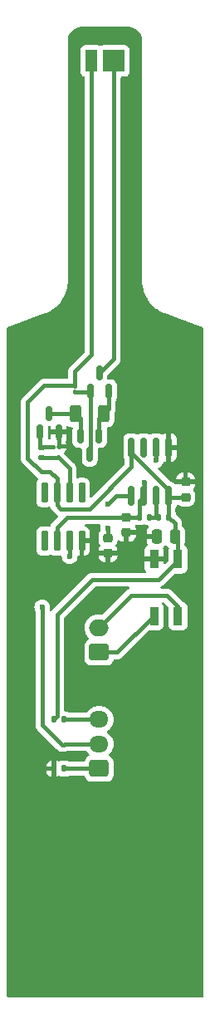
<source format=gtl>
G04 #@! TF.GenerationSoftware,KiCad,Pcbnew,7.0.7*
G04 #@! TF.CreationDate,2024-01-05T06:13:14+01:00*
G04 #@! TF.ProjectId,microscope,6d696372-6f73-4636-9f70-652e6b696361,rev?*
G04 #@! TF.SameCoordinates,Original*
G04 #@! TF.FileFunction,Copper,L1,Top*
G04 #@! TF.FilePolarity,Positive*
%FSLAX46Y46*%
G04 Gerber Fmt 4.6, Leading zero omitted, Abs format (unit mm)*
G04 Created by KiCad (PCBNEW 7.0.7) date 2024-01-05 06:13:14*
%MOMM*%
%LPD*%
G01*
G04 APERTURE LIST*
G04 Aperture macros list*
%AMRoundRect*
0 Rectangle with rounded corners*
0 $1 Rounding radius*
0 $2 $3 $4 $5 $6 $7 $8 $9 X,Y pos of 4 corners*
0 Add a 4 corners polygon primitive as box body*
4,1,4,$2,$3,$4,$5,$6,$7,$8,$9,$2,$3,0*
0 Add four circle primitives for the rounded corners*
1,1,$1+$1,$2,$3*
1,1,$1+$1,$4,$5*
1,1,$1+$1,$6,$7*
1,1,$1+$1,$8,$9*
0 Add four rect primitives between the rounded corners*
20,1,$1+$1,$2,$3,$4,$5,0*
20,1,$1+$1,$4,$5,$6,$7,0*
20,1,$1+$1,$6,$7,$8,$9,0*
20,1,$1+$1,$8,$9,$2,$3,0*%
G04 Aperture macros list end*
G04 #@! TA.AperFunction,ComponentPad*
%ADD10RoundRect,0.250000X0.725000X-0.600000X0.725000X0.600000X-0.725000X0.600000X-0.725000X-0.600000X0*%
G04 #@! TD*
G04 #@! TA.AperFunction,ComponentPad*
%ADD11O,1.950000X1.700000*%
G04 #@! TD*
G04 #@! TA.AperFunction,SMDPad,CuDef*
%ADD12RoundRect,0.100000X-0.100000X0.130000X-0.100000X-0.130000X0.100000X-0.130000X0.100000X0.130000X0*%
G04 #@! TD*
G04 #@! TA.AperFunction,ComponentPad*
%ADD13RoundRect,0.250000X0.750000X-0.600000X0.750000X0.600000X-0.750000X0.600000X-0.750000X-0.600000X0*%
G04 #@! TD*
G04 #@! TA.AperFunction,ComponentPad*
%ADD14O,2.000000X1.700000*%
G04 #@! TD*
G04 #@! TA.AperFunction,SMDPad,CuDef*
%ADD15RoundRect,0.250000X0.312500X0.625000X-0.312500X0.625000X-0.312500X-0.625000X0.312500X-0.625000X0*%
G04 #@! TD*
G04 #@! TA.AperFunction,SMDPad,CuDef*
%ADD16R,2.200000X2.200000*%
G04 #@! TD*
G04 #@! TA.AperFunction,SMDPad,CuDef*
%ADD17R,1.250000X2.200000*%
G04 #@! TD*
G04 #@! TA.AperFunction,SMDPad,CuDef*
%ADD18RoundRect,0.250000X0.250000X0.475000X-0.250000X0.475000X-0.250000X-0.475000X0.250000X-0.475000X0*%
G04 #@! TD*
G04 #@! TA.AperFunction,SMDPad,CuDef*
%ADD19RoundRect,0.135000X0.135000X0.185000X-0.135000X0.185000X-0.135000X-0.185000X0.135000X-0.185000X0*%
G04 #@! TD*
G04 #@! TA.AperFunction,SMDPad,CuDef*
%ADD20RoundRect,0.225000X0.250000X-0.225000X0.250000X0.225000X-0.250000X0.225000X-0.250000X-0.225000X0*%
G04 #@! TD*
G04 #@! TA.AperFunction,SMDPad,CuDef*
%ADD21RoundRect,0.100000X0.130000X0.100000X-0.130000X0.100000X-0.130000X-0.100000X0.130000X-0.100000X0*%
G04 #@! TD*
G04 #@! TA.AperFunction,SMDPad,CuDef*
%ADD22RoundRect,0.091000X-0.364000X0.864000X-0.364000X-0.864000X0.364000X-0.864000X0.364000X0.864000X0*%
G04 #@! TD*
G04 #@! TA.AperFunction,SMDPad,CuDef*
%ADD23RoundRect,0.150000X-0.150000X0.825000X-0.150000X-0.825000X0.150000X-0.825000X0.150000X0.825000X0*%
G04 #@! TD*
G04 #@! TA.AperFunction,SMDPad,CuDef*
%ADD24RoundRect,0.042000X0.258000X-0.943000X0.258000X0.943000X-0.258000X0.943000X-0.258000X-0.943000X0*%
G04 #@! TD*
G04 #@! TA.AperFunction,SMDPad,CuDef*
%ADD25RoundRect,0.135000X-0.185000X0.135000X-0.185000X-0.135000X0.185000X-0.135000X0.185000X0.135000X0*%
G04 #@! TD*
G04 #@! TA.AperFunction,SMDPad,CuDef*
%ADD26RoundRect,0.150000X0.150000X-0.587500X0.150000X0.587500X-0.150000X0.587500X-0.150000X-0.587500X0*%
G04 #@! TD*
G04 #@! TA.AperFunction,SMDPad,CuDef*
%ADD27RoundRect,0.135000X-0.135000X-0.185000X0.135000X-0.185000X0.135000X0.185000X-0.135000X0.185000X0*%
G04 #@! TD*
G04 #@! TA.AperFunction,SMDPad,CuDef*
%ADD28RoundRect,0.150000X-0.150000X0.587500X-0.150000X-0.587500X0.150000X-0.587500X0.150000X0.587500X0*%
G04 #@! TD*
G04 #@! TA.AperFunction,ViaPad*
%ADD29C,0.600000*%
G04 #@! TD*
G04 #@! TA.AperFunction,Conductor*
%ADD30C,0.400000*%
G04 #@! TD*
G04 APERTURE END LIST*
D10*
X130497631Y-137946208D03*
D11*
X130497631Y-135446208D03*
X130497631Y-132946208D03*
D12*
X128040000Y-98922500D03*
X128040000Y-99562500D03*
D13*
X130497631Y-126096208D03*
D14*
X130497631Y-123596208D03*
D15*
X131002500Y-101762500D03*
X128077500Y-101762500D03*
D16*
X132000000Y-65800000D03*
D17*
X129725000Y-65800000D03*
D18*
X138250000Y-114282500D03*
X136350000Y-114282500D03*
D19*
X126907631Y-137946208D03*
X125887631Y-137946208D03*
X137600000Y-112300000D03*
X136580000Y-112300000D03*
D20*
X131400000Y-115975000D03*
X131400000Y-114425000D03*
D21*
X126427500Y-105100000D03*
X125787500Y-105100000D03*
D20*
X133290000Y-113875000D03*
X133290000Y-112325000D03*
D22*
X138550000Y-116600000D03*
X136100000Y-116600000D03*
X136100000Y-122400000D03*
X138550000Y-122400000D03*
D19*
X135600000Y-112300000D03*
X134580000Y-112300000D03*
D23*
X137595000Y-105225000D03*
X136325000Y-105225000D03*
X135055000Y-105225000D03*
X133785000Y-105225000D03*
X133785000Y-110175000D03*
X135055000Y-110175000D03*
X136325000Y-110175000D03*
X137595000Y-110175000D03*
D24*
X124922500Y-114740000D03*
X126192500Y-114740000D03*
X127462500Y-114740000D03*
X128732500Y-114740000D03*
X128732500Y-109800000D03*
X127462500Y-109800000D03*
X126192500Y-109800000D03*
X124922500Y-109800000D03*
D25*
X124627500Y-105190000D03*
X124627500Y-106210000D03*
D26*
X129590000Y-99500000D03*
X131490000Y-99500000D03*
X130540000Y-97625000D03*
D27*
X125887631Y-132946208D03*
X126907631Y-132946208D03*
D20*
X139315000Y-110275000D03*
X139315000Y-108725000D03*
D26*
X124477500Y-103637500D03*
X126377500Y-103637500D03*
X125427500Y-101762500D03*
D28*
X130490000Y-104025000D03*
X128590000Y-104025000D03*
X129540000Y-105900000D03*
D29*
X124700000Y-121500000D03*
X127500000Y-116300000D03*
X131400000Y-111000000D03*
X131400000Y-113400000D03*
X135100000Y-108800000D03*
X136300000Y-106500000D03*
D30*
X128017500Y-98900000D02*
X128040000Y-98922500D01*
X137595000Y-109517817D02*
X137595000Y-110175000D01*
X126192500Y-109800000D02*
X126192500Y-108392500D01*
X125500000Y-107700000D02*
X124600000Y-107700000D01*
X125887631Y-132946208D02*
X125887631Y-132912369D01*
X123200000Y-106300000D02*
X123200000Y-100600000D01*
X128040000Y-97460000D02*
X128040000Y-98922500D01*
X133785000Y-105707817D02*
X137595000Y-109517817D01*
X126237631Y-132562369D02*
X126237631Y-122262369D01*
X126192500Y-108392500D02*
X125500000Y-107700000D01*
X126237631Y-122262369D02*
X129800000Y-118700000D01*
X126192500Y-109800000D02*
X126192500Y-111077500D01*
X137695000Y-110275000D02*
X137595000Y-110175000D01*
X125887631Y-132912369D02*
X126237631Y-132562369D01*
X126192500Y-111077500D02*
X126590000Y-111475000D01*
X138250000Y-112950000D02*
X137600000Y-112300000D01*
X123200000Y-100600000D02*
X124900000Y-98900000D01*
X137595000Y-112295000D02*
X137600000Y-112300000D01*
X139315000Y-110275000D02*
X137695000Y-110275000D01*
X137595000Y-110175000D02*
X137595000Y-112295000D01*
X133785000Y-107215000D02*
X133785000Y-105225000D01*
X133785000Y-105225000D02*
X133785000Y-105707817D01*
X129725000Y-95775000D02*
X128040000Y-97460000D01*
X138525000Y-114557500D02*
X138250000Y-114282500D01*
X129800000Y-118700000D02*
X136600000Y-118700000D01*
X138525000Y-116775000D02*
X138525000Y-116582500D01*
X136600000Y-118700000D02*
X138525000Y-116775000D01*
X138525000Y-116582500D02*
X138525000Y-114557500D01*
X129525000Y-111475000D02*
X133785000Y-107215000D01*
X124900000Y-98900000D02*
X128017500Y-98900000D01*
X129725000Y-65800000D02*
X129725000Y-95775000D01*
X126590000Y-111475000D02*
X129525000Y-111475000D01*
X138250000Y-114282500D02*
X138250000Y-112950000D01*
X124600000Y-107700000D02*
X123200000Y-106300000D01*
X126427500Y-103687500D02*
X126427500Y-105100000D01*
X126377500Y-103637500D02*
X126427500Y-103687500D01*
X138525000Y-121425000D02*
X138525000Y-122382500D01*
X137400000Y-120300000D02*
X138525000Y-121425000D01*
X130497631Y-123596208D02*
X133793839Y-120300000D01*
X133793839Y-120300000D02*
X137400000Y-120300000D01*
X130497631Y-126096208D02*
X132361292Y-126096208D01*
X132361292Y-126096208D02*
X136075000Y-122382500D01*
X132000000Y-65800000D02*
X132000000Y-96165000D01*
X132000000Y-96165000D02*
X130540000Y-97625000D01*
X126907631Y-137946208D02*
X130497631Y-137946208D01*
X124700000Y-121500000D02*
X124700000Y-133500000D01*
X126953792Y-135446208D02*
X130497631Y-135446208D01*
X127462500Y-114740000D02*
X127462500Y-116262500D01*
X124700000Y-133500000D02*
X126700000Y-135500000D01*
X126700000Y-135500000D02*
X126900000Y-135500000D01*
X127462500Y-116262500D02*
X127500000Y-116300000D01*
X126900000Y-135500000D02*
X126953792Y-135446208D01*
X126907631Y-132946208D02*
X130497631Y-132946208D01*
X124717500Y-105100000D02*
X124627500Y-105190000D01*
X124477500Y-103637500D02*
X124477500Y-105040000D01*
X125787500Y-105100000D02*
X124717500Y-105100000D01*
X124477500Y-105040000D02*
X124627500Y-105190000D01*
X128077500Y-101762500D02*
X125427500Y-101762500D01*
X128590000Y-104025000D02*
X128590000Y-102275000D01*
X128590000Y-102275000D02*
X128077500Y-101762500D01*
X130490000Y-102275000D02*
X131002500Y-101762500D01*
X130490000Y-104025000D02*
X130490000Y-102275000D01*
X131490000Y-101275000D02*
X131002500Y-101762500D01*
X131490000Y-99500000D02*
X131490000Y-101275000D01*
X129527500Y-99562500D02*
X128040000Y-99562500D01*
X129590000Y-99500000D02*
X129590000Y-105850000D01*
X129590000Y-105850000D02*
X129540000Y-105900000D01*
X129590000Y-99500000D02*
X129527500Y-99562500D01*
X127462500Y-109800000D02*
X127462500Y-107335000D01*
X126327500Y-106200000D02*
X126317500Y-106210000D01*
X126317500Y-106210000D02*
X124627500Y-106210000D01*
X127462500Y-107335000D02*
X126327500Y-106200000D01*
X132225000Y-110175000D02*
X131400000Y-111000000D01*
X131400000Y-114425000D02*
X131400000Y-113400000D01*
X133785000Y-110175000D02*
X132225000Y-110175000D01*
X135100000Y-108800000D02*
X135100000Y-110130000D01*
X133315000Y-112300000D02*
X133290000Y-112325000D01*
X135055000Y-110175000D02*
X134580000Y-110650000D01*
X136325000Y-106475000D02*
X136300000Y-106500000D01*
X127240000Y-112325000D02*
X133290000Y-112325000D01*
X134580000Y-110650000D02*
X134580000Y-112300000D01*
X126192500Y-114740000D02*
X126192500Y-113377500D01*
X135100000Y-110130000D02*
X135055000Y-110175000D01*
X134580000Y-112300000D02*
X133315000Y-112300000D01*
X126190000Y-113375000D02*
X127240000Y-112325000D01*
X136325000Y-105225000D02*
X136325000Y-106475000D01*
X126192500Y-113377500D02*
X126190000Y-113375000D01*
X136325000Y-112045000D02*
X136580000Y-112300000D01*
X136325000Y-110175000D02*
X136325000Y-112045000D01*
X135600000Y-112300000D02*
X136580000Y-112300000D01*
G04 #@! TA.AperFunction,Conductor*
G36*
X133396236Y-62300658D02*
G01*
X133453080Y-62304724D01*
X133598588Y-62315133D01*
X133616098Y-62317651D01*
X133683789Y-62332377D01*
X133807830Y-62359362D01*
X133824797Y-62364343D01*
X134008557Y-62432883D01*
X134008651Y-62432918D01*
X134024744Y-62440268D01*
X134196950Y-62534299D01*
X134211832Y-62543863D01*
X134368915Y-62661451D01*
X134382280Y-62673030D01*
X134521035Y-62811781D01*
X134532620Y-62825151D01*
X134650210Y-62982225D01*
X134659767Y-62997094D01*
X134753818Y-63169324D01*
X134761164Y-63185410D01*
X134829739Y-63369249D01*
X134834724Y-63386223D01*
X134876440Y-63577950D01*
X134878959Y-63595461D01*
X134893380Y-63796951D01*
X134893538Y-63801379D01*
X134893538Y-88189219D01*
X134893509Y-88189317D01*
X134893562Y-88418937D01*
X134893562Y-88418939D01*
X134929814Y-88773793D01*
X135001942Y-89123106D01*
X135062404Y-89314868D01*
X135109204Y-89463297D01*
X135250481Y-89790812D01*
X135250484Y-89790819D01*
X135250490Y-89790831D01*
X135424314Y-90102276D01*
X135424318Y-90102282D01*
X135424321Y-90102287D01*
X135479129Y-90180560D01*
X135628912Y-90394471D01*
X135628920Y-90394481D01*
X135862145Y-90664355D01*
X136121598Y-90909132D01*
X136310254Y-91053889D01*
X136404583Y-91126270D01*
X136708173Y-91313523D01*
X137029223Y-91468952D01*
X137132840Y-91506691D01*
X137160980Y-91516940D01*
X137161238Y-91517044D01*
X137217550Y-91537540D01*
X138533398Y-92016469D01*
X141017911Y-92920757D01*
X141074174Y-92962182D01*
X141099110Y-93027451D01*
X141099500Y-93037278D01*
X141099500Y-161175500D01*
X141079815Y-161242539D01*
X141027011Y-161288294D01*
X140975500Y-161299500D01*
X121224500Y-161299500D01*
X121157461Y-161279815D01*
X121111706Y-161227011D01*
X121100500Y-161175500D01*
X121100500Y-138196208D01*
X125117700Y-138196208D01*
X125120463Y-138231330D01*
X125120464Y-138231336D01*
X125165223Y-138385396D01*
X125165224Y-138385399D01*
X125246892Y-138523493D01*
X125246899Y-138523502D01*
X125360336Y-138636939D01*
X125360345Y-138636946D01*
X125498436Y-138718612D01*
X125637631Y-138759052D01*
X125637631Y-138196208D01*
X125117700Y-138196208D01*
X121100500Y-138196208D01*
X121100500Y-137696208D01*
X125117700Y-137696208D01*
X125637631Y-137696208D01*
X125637631Y-137133362D01*
X125637629Y-137133361D01*
X125498442Y-137173799D01*
X125498439Y-137173801D01*
X125360345Y-137255469D01*
X125360336Y-137255476D01*
X125246899Y-137368913D01*
X125246892Y-137368922D01*
X125165224Y-137507016D01*
X125165223Y-137507019D01*
X125120464Y-137661079D01*
X125120463Y-137661085D01*
X125117700Y-137696208D01*
X121100500Y-137696208D01*
X121100500Y-106342606D01*
X122495642Y-106342606D01*
X122505618Y-106397047D01*
X122506821Y-106403612D01*
X122507384Y-106407313D01*
X122514859Y-106468870D01*
X122514860Y-106468874D01*
X122518451Y-106478343D01*
X122524474Y-106499946D01*
X122526304Y-106509930D01*
X122551759Y-106566490D01*
X122553189Y-106569941D01*
X122575182Y-106627930D01*
X122575183Y-106627931D01*
X122580936Y-106636266D01*
X122591961Y-106655813D01*
X122596120Y-106665055D01*
X122596124Y-106665060D01*
X122634371Y-106713878D01*
X122636591Y-106716896D01*
X122671812Y-106767924D01*
X122671816Y-106767928D01*
X122671817Y-106767929D01*
X122718250Y-106809064D01*
X122720941Y-106811598D01*
X124088399Y-108179056D01*
X124090935Y-108181750D01*
X124099589Y-108191518D01*
X124132070Y-108228182D01*
X124183106Y-108263410D01*
X124186122Y-108265630D01*
X124240848Y-108308504D01*
X124239544Y-108310168D01*
X124279535Y-108353835D01*
X124291374Y-108422694D01*
X124267003Y-108483350D01*
X124187179Y-108588614D01*
X124187177Y-108588619D01*
X124132471Y-108727342D01*
X124132469Y-108727350D01*
X124122000Y-108814531D01*
X124122000Y-110785468D01*
X124132469Y-110872649D01*
X124132471Y-110872657D01*
X124187177Y-111011380D01*
X124187180Y-111011386D01*
X124218067Y-111052117D01*
X124277288Y-111130212D01*
X124396116Y-111220321D01*
X124409249Y-111225500D01*
X124534842Y-111275028D01*
X124534844Y-111275028D01*
X124534848Y-111275030D01*
X124592970Y-111282009D01*
X124622031Y-111285500D01*
X124622032Y-111285500D01*
X125222969Y-111285500D01*
X125244763Y-111282882D01*
X125310152Y-111275030D01*
X125372589Y-111250407D01*
X125442174Y-111244126D01*
X125504110Y-111276462D01*
X125531153Y-111314870D01*
X125544259Y-111343989D01*
X125545689Y-111347441D01*
X125567682Y-111405430D01*
X125567683Y-111405431D01*
X125573436Y-111413766D01*
X125584461Y-111433313D01*
X125588620Y-111442555D01*
X125588624Y-111442560D01*
X125626871Y-111491378D01*
X125629091Y-111494396D01*
X125664312Y-111545424D01*
X125664316Y-111545428D01*
X125664317Y-111545429D01*
X125710750Y-111586564D01*
X125713441Y-111589098D01*
X126078399Y-111954056D01*
X126080935Y-111956750D01*
X126122071Y-112003183D01*
X126170646Y-112036712D01*
X126173106Y-112038410D01*
X126176122Y-112040630D01*
X126202490Y-112061287D01*
X126224943Y-112078878D01*
X126231845Y-112081984D01*
X126234182Y-112083036D01*
X126253733Y-112094063D01*
X126265314Y-112102057D01*
X126309304Y-112156340D01*
X126316963Y-112225789D01*
X126285859Y-112288353D01*
X126282554Y-112291787D01*
X125994483Y-112579859D01*
X125754815Y-112819528D01*
X125731669Y-112842674D01*
X125669615Y-112904725D01*
X125666898Y-112907284D01*
X125664319Y-112909568D01*
X125662032Y-112912151D01*
X125659470Y-112914871D01*
X125634528Y-112939814D01*
X125634524Y-112939818D01*
X125614382Y-112973137D01*
X125610127Y-112979300D01*
X125586124Y-113009939D01*
X125586120Y-113009945D01*
X125572691Y-113039780D01*
X125571057Y-113043138D01*
X125565298Y-113054113D01*
X125563455Y-113057382D01*
X125546522Y-113085392D01*
X125546521Y-113085395D01*
X125539509Y-113107900D01*
X125535583Y-113120500D01*
X125534944Y-113122550D01*
X125532287Y-113129556D01*
X125516304Y-113165068D01*
X125512516Y-113185737D01*
X125481068Y-113248129D01*
X125420880Y-113283614D01*
X125351062Y-113280926D01*
X125345063Y-113278737D01*
X125336852Y-113275499D01*
X125310154Y-113264970D01*
X125310149Y-113264969D01*
X125222969Y-113254500D01*
X125222968Y-113254500D01*
X124622032Y-113254500D01*
X124622031Y-113254500D01*
X124534850Y-113264969D01*
X124534842Y-113264971D01*
X124396119Y-113319677D01*
X124396113Y-113319680D01*
X124277288Y-113409788D01*
X124187180Y-113528613D01*
X124187177Y-113528619D01*
X124132471Y-113667342D01*
X124132469Y-113667350D01*
X124122000Y-113754531D01*
X124122000Y-115725468D01*
X124132469Y-115812649D01*
X124132471Y-115812657D01*
X124187177Y-115951380D01*
X124187180Y-115951386D01*
X124223693Y-115999535D01*
X124277288Y-116070212D01*
X124396116Y-116160321D01*
X124396120Y-116160322D01*
X124396119Y-116160322D01*
X124534842Y-116215028D01*
X124534844Y-116215028D01*
X124534848Y-116215030D01*
X124592970Y-116222009D01*
X124622031Y-116225500D01*
X124622032Y-116225500D01*
X125222969Y-116225500D01*
X125244763Y-116222882D01*
X125310152Y-116215030D01*
X125448884Y-116160321D01*
X125482574Y-116134772D01*
X125547885Y-116109949D01*
X125616249Y-116124376D01*
X125632425Y-116134772D01*
X125666116Y-116160321D01*
X125666120Y-116160322D01*
X125666119Y-116160322D01*
X125804842Y-116215028D01*
X125804844Y-116215028D01*
X125804848Y-116215030D01*
X125862970Y-116222009D01*
X125892031Y-116225500D01*
X125892032Y-116225500D01*
X126492966Y-116225500D01*
X126492968Y-116225500D01*
X126559445Y-116217516D01*
X126628350Y-116229066D01*
X126680075Y-116276037D01*
X126697448Y-116326747D01*
X126714630Y-116479250D01*
X126714631Y-116479254D01*
X126774211Y-116649523D01*
X126851530Y-116772575D01*
X126870184Y-116802262D01*
X126997738Y-116929816D01*
X127150478Y-117025789D01*
X127280147Y-117071162D01*
X127320745Y-117085368D01*
X127320750Y-117085369D01*
X127499996Y-117105565D01*
X127500000Y-117105565D01*
X127500004Y-117105565D01*
X127679249Y-117085369D01*
X127679252Y-117085368D01*
X127679255Y-117085368D01*
X127849522Y-117025789D01*
X128002262Y-116929816D01*
X128129816Y-116802262D01*
X128225789Y-116649522D01*
X128285368Y-116479255D01*
X128301631Y-116334907D01*
X128328698Y-116270493D01*
X128386293Y-116230938D01*
X128428360Y-116225515D01*
X128428360Y-116225000D01*
X128482500Y-116225000D01*
X128482500Y-114990000D01*
X128982500Y-114990000D01*
X128982500Y-116225000D01*
X129032934Y-116225000D01*
X130425001Y-116225000D01*
X130425001Y-116248322D01*
X130435144Y-116347607D01*
X130488452Y-116508481D01*
X130488457Y-116508492D01*
X130577424Y-116652728D01*
X130577427Y-116652732D01*
X130697267Y-116772572D01*
X130697271Y-116772575D01*
X130841507Y-116861542D01*
X130841518Y-116861547D01*
X131002393Y-116914855D01*
X131101683Y-116924999D01*
X131149999Y-116924998D01*
X131150000Y-116924998D01*
X131150000Y-116225000D01*
X131650000Y-116225000D01*
X131650000Y-116924999D01*
X131698308Y-116924999D01*
X131698322Y-116924998D01*
X131797607Y-116914855D01*
X131958481Y-116861547D01*
X131958492Y-116861542D01*
X132102728Y-116772575D01*
X132102732Y-116772572D01*
X132222572Y-116652732D01*
X132222575Y-116652728D01*
X132311542Y-116508492D01*
X132311547Y-116508481D01*
X132364855Y-116347606D01*
X132374999Y-116248322D01*
X132375000Y-116248309D01*
X132375000Y-116225000D01*
X131650000Y-116225000D01*
X131150000Y-116225000D01*
X130425001Y-116225000D01*
X129032934Y-116225000D01*
X129120030Y-116214540D01*
X129120031Y-116214540D01*
X129258639Y-116159880D01*
X129377355Y-116069855D01*
X129467380Y-115951139D01*
X129522040Y-115812531D01*
X129522040Y-115812530D01*
X129532500Y-115725434D01*
X129532500Y-114990000D01*
X128982500Y-114990000D01*
X128482500Y-114990000D01*
X128482500Y-114614000D01*
X128502185Y-114546961D01*
X128554989Y-114501206D01*
X128606500Y-114490000D01*
X129532500Y-114490000D01*
X129532500Y-113754565D01*
X129522040Y-113667469D01*
X129522040Y-113667468D01*
X129467380Y-113528860D01*
X129377355Y-113410144D01*
X129258639Y-113320119D01*
X129118497Y-113264855D01*
X129063353Y-113221949D01*
X129040160Y-113156041D01*
X129056280Y-113088057D01*
X129106597Y-113039580D01*
X129163987Y-113025500D01*
X130508189Y-113025500D01*
X130575228Y-113045185D01*
X130620983Y-113097989D01*
X130630927Y-113167147D01*
X130625230Y-113190455D01*
X130614633Y-113220737D01*
X130614630Y-113220750D01*
X130594435Y-113399996D01*
X130594435Y-113400003D01*
X130614631Y-113579253D01*
X130614632Y-113579257D01*
X130622622Y-113602093D01*
X130626183Y-113671872D01*
X130593263Y-113730724D01*
X130577033Y-113746954D01*
X130577029Y-113746959D01*
X130488001Y-113891294D01*
X130487996Y-113891305D01*
X130434651Y-114052290D01*
X130424500Y-114151647D01*
X130424500Y-114698337D01*
X130424501Y-114698355D01*
X130434650Y-114797707D01*
X130434651Y-114797710D01*
X130487996Y-114958694D01*
X130488001Y-114958705D01*
X130577029Y-115103040D01*
X130577032Y-115103044D01*
X130586660Y-115112672D01*
X130620145Y-115173995D01*
X130615161Y-115243687D01*
X130586663Y-115288031D01*
X130577428Y-115297265D01*
X130577424Y-115297271D01*
X130488457Y-115441507D01*
X130488452Y-115441518D01*
X130435144Y-115602393D01*
X130425000Y-115701677D01*
X130425000Y-115725000D01*
X132374999Y-115725000D01*
X132374999Y-115701692D01*
X132374998Y-115701677D01*
X132364855Y-115602392D01*
X132311547Y-115441518D01*
X132311542Y-115441507D01*
X132222575Y-115297271D01*
X132222572Y-115297267D01*
X132213339Y-115288034D01*
X132179854Y-115226711D01*
X132184838Y-115157019D01*
X132213343Y-115112668D01*
X132222968Y-115103044D01*
X132312003Y-114958697D01*
X132365349Y-114797708D01*
X132370997Y-114742419D01*
X132397393Y-114677728D01*
X132454573Y-114637577D01*
X132524384Y-114634713D01*
X132582036Y-114667341D01*
X132587267Y-114672572D01*
X132587271Y-114672575D01*
X132731507Y-114761542D01*
X132731518Y-114761547D01*
X132892393Y-114814855D01*
X132991683Y-114824999D01*
X133039998Y-114824998D01*
X133039999Y-114824998D01*
X133040000Y-114125000D01*
X133540000Y-114125000D01*
X133540000Y-114824999D01*
X133588308Y-114824999D01*
X133588322Y-114824998D01*
X133687607Y-114814855D01*
X133848481Y-114761547D01*
X133848492Y-114761542D01*
X133992728Y-114672575D01*
X133992732Y-114672572D01*
X134112572Y-114552732D01*
X134112575Y-114552728D01*
X134201542Y-114408492D01*
X134201547Y-114408481D01*
X134254855Y-114247606D01*
X134264999Y-114148322D01*
X134265000Y-114148309D01*
X134265000Y-114125000D01*
X133540000Y-114125000D01*
X133040000Y-114125000D01*
X133040000Y-113749000D01*
X133059685Y-113681960D01*
X133112489Y-113636206D01*
X133164000Y-113625000D01*
X134264999Y-113625000D01*
X134264999Y-113601692D01*
X134264998Y-113601677D01*
X134254855Y-113502392D01*
X134201547Y-113341518D01*
X134201544Y-113341511D01*
X134171050Y-113292074D01*
X134152609Y-113224682D01*
X134173531Y-113158018D01*
X134227172Y-113113248D01*
X134296503Y-113104586D01*
X134311183Y-113107900D01*
X134344791Y-113117664D01*
X134344794Y-113117664D01*
X134344796Y-113117665D01*
X134356803Y-113118609D01*
X134380817Y-113120500D01*
X134380818Y-113120499D01*
X134380819Y-113120500D01*
X134646442Y-113120499D01*
X134779181Y-113120499D01*
X134786384Y-113119932D01*
X134815204Y-113117665D01*
X134969393Y-113072869D01*
X135026882Y-113038869D01*
X135094602Y-113021688D01*
X135153117Y-113038869D01*
X135210607Y-113072869D01*
X135210610Y-113072869D01*
X135210612Y-113072871D01*
X135364791Y-113117664D01*
X135364794Y-113117664D01*
X135364796Y-113117665D01*
X135400819Y-113120500D01*
X135426976Y-113120499D01*
X135494013Y-113140181D01*
X135539770Y-113192984D01*
X135549715Y-113262142D01*
X135520693Y-113325698D01*
X135514662Y-113332177D01*
X135507683Y-113339156D01*
X135415643Y-113488375D01*
X135415641Y-113488380D01*
X135360494Y-113654802D01*
X135360493Y-113654809D01*
X135350000Y-113757513D01*
X135350000Y-114032500D01*
X136476000Y-114032500D01*
X136543039Y-114052185D01*
X136588794Y-114104989D01*
X136600000Y-114156500D01*
X136600000Y-114408500D01*
X136580315Y-114475539D01*
X136527511Y-114521294D01*
X136476000Y-114532500D01*
X135350001Y-114532500D01*
X135350001Y-114807486D01*
X135360494Y-114910197D01*
X135415641Y-115076619D01*
X135415646Y-115076628D01*
X135423950Y-115090092D01*
X135442390Y-115157485D01*
X135421467Y-115224148D01*
X135393898Y-115253563D01*
X135314496Y-115314491D01*
X135219760Y-115437952D01*
X135160213Y-115581714D01*
X135160212Y-115581718D01*
X135145000Y-115697254D01*
X135145000Y-116350000D01*
X137055000Y-116350000D01*
X137055000Y-115697268D01*
X137054999Y-115697254D01*
X137039787Y-115581718D01*
X137039786Y-115581714D01*
X137009499Y-115508593D01*
X137002030Y-115439124D01*
X137033305Y-115376645D01*
X137058969Y-115355599D01*
X137068343Y-115349817D01*
X137192318Y-115225842D01*
X137194165Y-115222848D01*
X137195969Y-115221224D01*
X137196798Y-115220177D01*
X137196976Y-115220318D01*
X137246110Y-115176121D01*
X137315073Y-115164896D01*
X137379156Y-115192736D01*
X137405243Y-115222841D01*
X137407288Y-115226156D01*
X137407289Y-115226157D01*
X137531343Y-115350211D01*
X137531348Y-115350215D01*
X137580235Y-115380368D01*
X137626961Y-115432315D01*
X137638184Y-115501277D01*
X137629702Y-115533358D01*
X137609725Y-115581587D01*
X137609725Y-115581588D01*
X137594500Y-115697224D01*
X137594500Y-116663479D01*
X137574815Y-116730518D01*
X137558181Y-116751160D01*
X137266681Y-117042661D01*
X137205358Y-117076146D01*
X137135667Y-117071162D01*
X137079733Y-117029291D01*
X137055316Y-116963826D01*
X137055000Y-116954980D01*
X137055000Y-116850000D01*
X135145000Y-116850000D01*
X135145000Y-117502745D01*
X135160212Y-117618281D01*
X135160213Y-117618285D01*
X135219760Y-117762047D01*
X135248893Y-117800013D01*
X135274087Y-117865182D01*
X135260049Y-117933627D01*
X135211235Y-117983617D01*
X135150517Y-117999500D01*
X129823048Y-117999500D01*
X129819303Y-117999387D01*
X129757396Y-117995642D01*
X129757389Y-117995642D01*
X129696386Y-118006821D01*
X129692685Y-118007384D01*
X129631128Y-118014859D01*
X129631121Y-118014861D01*
X129621647Y-118018454D01*
X129600049Y-118024475D01*
X129590069Y-118026304D01*
X129533519Y-118051755D01*
X129530060Y-118053188D01*
X129472071Y-118075181D01*
X129472063Y-118075185D01*
X129463721Y-118080943D01*
X129444189Y-118091960D01*
X129434946Y-118096120D01*
X129386135Y-118134360D01*
X129383120Y-118136579D01*
X129332072Y-118171816D01*
X129332065Y-118171822D01*
X129290935Y-118218248D01*
X129288368Y-118220974D01*
X125758597Y-121750744D01*
X125755871Y-121753311D01*
X125709449Y-121794437D01*
X125709448Y-121794439D01*
X125696639Y-121812995D01*
X125642354Y-121856983D01*
X125572905Y-121864640D01*
X125510342Y-121833534D01*
X125474527Y-121773542D01*
X125476832Y-121703710D01*
X125477551Y-121701594D01*
X125485368Y-121679255D01*
X125485369Y-121679249D01*
X125505565Y-121500003D01*
X125505565Y-121499996D01*
X125485369Y-121320750D01*
X125485368Y-121320745D01*
X125485367Y-121320744D01*
X125425789Y-121150478D01*
X125420554Y-121142147D01*
X125343920Y-121020185D01*
X125329816Y-120997738D01*
X125202262Y-120870184D01*
X125202262Y-120870183D01*
X125049523Y-120774211D01*
X124879254Y-120714631D01*
X124879249Y-120714630D01*
X124700004Y-120694435D01*
X124699996Y-120694435D01*
X124520750Y-120714630D01*
X124520745Y-120714631D01*
X124350476Y-120774211D01*
X124197737Y-120870184D01*
X124070184Y-120997737D01*
X123974211Y-121150476D01*
X123914631Y-121320745D01*
X123914630Y-121320750D01*
X123894435Y-121499996D01*
X123894435Y-121500003D01*
X123914630Y-121679249D01*
X123914631Y-121679254D01*
X123974211Y-121849524D01*
X123980494Y-121859523D01*
X123999499Y-121925493D01*
X123999499Y-133476951D01*
X123999386Y-133480694D01*
X123995641Y-133542601D01*
X123995642Y-133542605D01*
X124006821Y-133603612D01*
X124007384Y-133607313D01*
X124014859Y-133668870D01*
X124014860Y-133668874D01*
X124018451Y-133678343D01*
X124024474Y-133699946D01*
X124026304Y-133709930D01*
X124051759Y-133766490D01*
X124053189Y-133769941D01*
X124075182Y-133827930D01*
X124075183Y-133827931D01*
X124080936Y-133836266D01*
X124091961Y-133855813D01*
X124096120Y-133865055D01*
X124096124Y-133865060D01*
X124134371Y-133913878D01*
X124136591Y-133916896D01*
X124171812Y-133967924D01*
X124171816Y-133967928D01*
X124171817Y-133967929D01*
X124218250Y-134009064D01*
X124220941Y-134011598D01*
X126188399Y-135979056D01*
X126190935Y-135981750D01*
X126232071Y-136028183D01*
X126232073Y-136028185D01*
X126259021Y-136046786D01*
X126283117Y-136063417D01*
X126286107Y-136065617D01*
X126334943Y-136103878D01*
X126344180Y-136108035D01*
X126363726Y-136119058D01*
X126372070Y-136124818D01*
X126429791Y-136146708D01*
X126430052Y-136146807D01*
X126433514Y-136148241D01*
X126490068Y-136173694D01*
X126500030Y-136175519D01*
X126521651Y-136181546D01*
X126521667Y-136181552D01*
X126531128Y-136185140D01*
X126547871Y-136187173D01*
X126592689Y-136192615D01*
X126596386Y-136193177D01*
X126657394Y-136204357D01*
X126657395Y-136204356D01*
X126657396Y-136204357D01*
X126719293Y-136200613D01*
X126723037Y-136200500D01*
X126876952Y-136200500D01*
X126880697Y-136200613D01*
X126888042Y-136201057D01*
X126942606Y-136204358D01*
X126980314Y-136197447D01*
X127003621Y-136193177D01*
X127007325Y-136192613D01*
X127025170Y-136190446D01*
X127068872Y-136185140D01*
X127078335Y-136181550D01*
X127099961Y-136175522D01*
X127100893Y-136175351D01*
X127109932Y-136173695D01*
X127145620Y-136157632D01*
X127196511Y-136146708D01*
X129149920Y-136146708D01*
X129216959Y-136166393D01*
X129251495Y-136199585D01*
X129334137Y-136317611D01*
X129481335Y-136464809D01*
X129514820Y-136526132D01*
X129509836Y-136595824D01*
X129467964Y-136651757D01*
X129458751Y-136658028D01*
X129303978Y-136753493D01*
X129303974Y-136753496D01*
X129179920Y-136877550D01*
X129087818Y-137026871D01*
X129087816Y-137026874D01*
X129087817Y-137026874D01*
X129043466Y-137160713D01*
X129003695Y-137218157D01*
X128939180Y-137244980D01*
X128925762Y-137245708D01*
X127453316Y-137245708D01*
X127390195Y-137228440D01*
X127372807Y-137218157D01*
X127297024Y-137173339D01*
X127297019Y-137173337D01*
X127142839Y-137128543D01*
X127142833Y-137128542D01*
X127106814Y-137125708D01*
X127106812Y-137125708D01*
X126840832Y-137125708D01*
X126708450Y-137125709D01*
X126672425Y-137128543D01*
X126518242Y-137173337D01*
X126518238Y-137173338D01*
X126460259Y-137207627D01*
X126392534Y-137224808D01*
X126334019Y-137207627D01*
X126276820Y-137173800D01*
X126276819Y-137173799D01*
X126137631Y-137133361D01*
X126137630Y-137133362D01*
X126137630Y-137688225D01*
X126137440Y-137693074D01*
X126137132Y-137697009D01*
X126137131Y-137697025D01*
X126137132Y-138195392D01*
X126137439Y-138199295D01*
X126137630Y-138204157D01*
X126137630Y-138759051D01*
X126276823Y-138718613D01*
X126334016Y-138684789D01*
X126401740Y-138667605D01*
X126460255Y-138684786D01*
X126518238Y-138719077D01*
X126518241Y-138719077D01*
X126518243Y-138719079D01*
X126672422Y-138763872D01*
X126672425Y-138763872D01*
X126672427Y-138763873D01*
X126684434Y-138764818D01*
X126708448Y-138766708D01*
X126708449Y-138766707D01*
X126708450Y-138766708D01*
X126973269Y-138766707D01*
X127106812Y-138766707D01*
X127109646Y-138766483D01*
X127142835Y-138763873D01*
X127297024Y-138719077D01*
X127390195Y-138663975D01*
X127453316Y-138646708D01*
X128925761Y-138646708D01*
X128992800Y-138666393D01*
X129038555Y-138719197D01*
X129043467Y-138731703D01*
X129087817Y-138865542D01*
X129179919Y-139014864D01*
X129303975Y-139138920D01*
X129453297Y-139231022D01*
X129619834Y-139286207D01*
X129722622Y-139296708D01*
X131272639Y-139296707D01*
X131375428Y-139286207D01*
X131541965Y-139231022D01*
X131691287Y-139138920D01*
X131815343Y-139014864D01*
X131907445Y-138865542D01*
X131962630Y-138699005D01*
X131973131Y-138596217D01*
X131973130Y-137296200D01*
X131962630Y-137193411D01*
X131907445Y-137026874D01*
X131815343Y-136877552D01*
X131691287Y-136753496D01*
X131610289Y-136703536D01*
X131536510Y-136658029D01*
X131489786Y-136606081D01*
X131478563Y-136537118D01*
X131506407Y-136473036D01*
X131513926Y-136464809D01*
X131513925Y-136464809D01*
X131661126Y-136317609D01*
X131796666Y-136124038D01*
X131896534Y-135909871D01*
X131957694Y-135681616D01*
X131978290Y-135446208D01*
X131957694Y-135210800D01*
X131896534Y-134982545D01*
X131796666Y-134768379D01*
X131774314Y-134736456D01*
X131661125Y-134574805D01*
X131494034Y-134407714D01*
X131437818Y-134368352D01*
X131337032Y-134297781D01*
X131293409Y-134243207D01*
X131286215Y-134173708D01*
X131317737Y-134111353D01*
X131337029Y-134094636D01*
X131494032Y-133984703D01*
X131661126Y-133817609D01*
X131796666Y-133624038D01*
X131896534Y-133409871D01*
X131957694Y-133181616D01*
X131978290Y-132946208D01*
X131957694Y-132710800D01*
X131896534Y-132482545D01*
X131796666Y-132268379D01*
X131774314Y-132236456D01*
X131661125Y-132074805D01*
X131494033Y-131907713D01*
X131300461Y-131772173D01*
X131300459Y-131772172D01*
X131193376Y-131722238D01*
X131086294Y-131672305D01*
X131086290Y-131672304D01*
X131086286Y-131672302D01*
X130858044Y-131611146D01*
X130858034Y-131611144D01*
X130681597Y-131595708D01*
X130313665Y-131595708D01*
X130137227Y-131611144D01*
X130137217Y-131611146D01*
X129908975Y-131672302D01*
X129908966Y-131672306D01*
X129694802Y-131772172D01*
X129694800Y-131772173D01*
X129501228Y-131907713D01*
X129334137Y-132074804D01*
X129251495Y-132192831D01*
X129196918Y-132236456D01*
X129149920Y-132245708D01*
X127453316Y-132245708D01*
X127390195Y-132228440D01*
X127297024Y-132173339D01*
X127297019Y-132173337D01*
X127142839Y-132128543D01*
X127142833Y-132128542D01*
X127106814Y-132125708D01*
X127106812Y-132125708D01*
X127062131Y-132125708D01*
X126995092Y-132106023D01*
X126949337Y-132053219D01*
X126938131Y-132001708D01*
X126938130Y-122603887D01*
X126957815Y-122536848D01*
X126974449Y-122516206D01*
X130053837Y-119436819D01*
X130115160Y-119403334D01*
X130141518Y-119400500D01*
X133507973Y-119400500D01*
X133575012Y-119420185D01*
X133620767Y-119472989D01*
X133630711Y-119542147D01*
X133601686Y-119605703D01*
X133558860Y-119637577D01*
X133527351Y-119651757D01*
X133523894Y-119653189D01*
X133465916Y-119675179D01*
X133465913Y-119675180D01*
X133465909Y-119675182D01*
X133465906Y-119675183D01*
X133465900Y-119675187D01*
X133457562Y-119680942D01*
X133438027Y-119691960D01*
X133428787Y-119696119D01*
X133428778Y-119696124D01*
X133379963Y-119734368D01*
X133376948Y-119736586D01*
X133325907Y-119771818D01*
X133284781Y-119818240D01*
X133282214Y-119820966D01*
X130886221Y-122216959D01*
X130824898Y-122250444D01*
X130787733Y-122252806D01*
X130706598Y-122245708D01*
X130706597Y-122245708D01*
X130288665Y-122245708D01*
X130112227Y-122261144D01*
X130112217Y-122261146D01*
X129883975Y-122322302D01*
X129883966Y-122322306D01*
X129669802Y-122422172D01*
X129669800Y-122422173D01*
X129476228Y-122557713D01*
X129309137Y-122724805D01*
X129309132Y-122724812D01*
X129173598Y-122918373D01*
X129173596Y-122918377D01*
X129073729Y-123132543D01*
X129073725Y-123132552D01*
X129012569Y-123360794D01*
X129012567Y-123360804D01*
X128991972Y-123596207D01*
X128991972Y-123596208D01*
X129012567Y-123831611D01*
X129012569Y-123831621D01*
X129073725Y-124059863D01*
X129073727Y-124059867D01*
X129073728Y-124059871D01*
X129123661Y-124166953D01*
X129173595Y-124274036D01*
X129173596Y-124274038D01*
X129309136Y-124467610D01*
X129456335Y-124614809D01*
X129489820Y-124676132D01*
X129484836Y-124745824D01*
X129442964Y-124801757D01*
X129433751Y-124808028D01*
X129278978Y-124903493D01*
X129278974Y-124903496D01*
X129154920Y-125027550D01*
X129062818Y-125176871D01*
X129062816Y-125176874D01*
X129062817Y-125176874D01*
X129007632Y-125343411D01*
X129007632Y-125343412D01*
X129007631Y-125343412D01*
X128997131Y-125446191D01*
X128997131Y-126746209D01*
X128997132Y-126746226D01*
X129007631Y-126849004D01*
X129007632Y-126849007D01*
X129018467Y-126881704D01*
X129062817Y-127015542D01*
X129154919Y-127164864D01*
X129278975Y-127288920D01*
X129428297Y-127381022D01*
X129594834Y-127436207D01*
X129697622Y-127446708D01*
X131297639Y-127446707D01*
X131400428Y-127436207D01*
X131566965Y-127381022D01*
X131716287Y-127288920D01*
X131840343Y-127164864D01*
X131932445Y-127015542D01*
X131976795Y-126881702D01*
X132016567Y-126824259D01*
X132081082Y-126797436D01*
X132094500Y-126796708D01*
X132338244Y-126796708D01*
X132341989Y-126796821D01*
X132349334Y-126797265D01*
X132403898Y-126800566D01*
X132441606Y-126793655D01*
X132464913Y-126789385D01*
X132468617Y-126788821D01*
X132486462Y-126786654D01*
X132530164Y-126781348D01*
X132539627Y-126777758D01*
X132561253Y-126771730D01*
X132562185Y-126771559D01*
X132571224Y-126769903D01*
X132627804Y-126744437D01*
X132631234Y-126743017D01*
X132689222Y-126721026D01*
X132697558Y-126715270D01*
X132717113Y-126704242D01*
X132726349Y-126700086D01*
X132775188Y-126661821D01*
X132778168Y-126659629D01*
X132829221Y-126624391D01*
X132870357Y-126577956D01*
X132872891Y-126575264D01*
X135561584Y-123886571D01*
X135622905Y-123853088D01*
X135665447Y-123851315D01*
X135697232Y-123855500D01*
X135697238Y-123855500D01*
X136502761Y-123855500D01*
X136502768Y-123855500D01*
X136618412Y-123840275D01*
X136762302Y-123780674D01*
X136885863Y-123685863D01*
X136980674Y-123562302D01*
X137040275Y-123418412D01*
X137055500Y-123302768D01*
X137055500Y-121497232D01*
X137040275Y-121381588D01*
X136980674Y-121237698D01*
X136951737Y-121199986D01*
X136926543Y-121134817D01*
X136940581Y-121066372D01*
X136989396Y-121016383D01*
X137050113Y-121000500D01*
X137058481Y-121000500D01*
X137125520Y-121020185D01*
X137146162Y-121036819D01*
X137558181Y-121448838D01*
X137591666Y-121510161D01*
X137594500Y-121536519D01*
X137594500Y-123302775D01*
X137609725Y-123418411D01*
X137609726Y-123418415D01*
X137669325Y-123562301D01*
X137669326Y-123562302D01*
X137764137Y-123685863D01*
X137887698Y-123780674D01*
X137887697Y-123780674D01*
X137966390Y-123813269D01*
X138031588Y-123840275D01*
X138147232Y-123855500D01*
X138147239Y-123855500D01*
X138952761Y-123855500D01*
X138952768Y-123855500D01*
X139068412Y-123840275D01*
X139212302Y-123780674D01*
X139335863Y-123685863D01*
X139430674Y-123562302D01*
X139490275Y-123418412D01*
X139505500Y-123302768D01*
X139505500Y-121497232D01*
X139490275Y-121381588D01*
X139430674Y-121237698D01*
X139335863Y-121114137D01*
X139212302Y-121019326D01*
X139160184Y-120997738D01*
X139064645Y-120958164D01*
X139029873Y-120936420D01*
X139006750Y-120915935D01*
X139004056Y-120913399D01*
X137911598Y-119820941D01*
X137909064Y-119818250D01*
X137867929Y-119771817D01*
X137867928Y-119771816D01*
X137867924Y-119771812D01*
X137816896Y-119736591D01*
X137813887Y-119734377D01*
X137765060Y-119696124D01*
X137765055Y-119696120D01*
X137755813Y-119691961D01*
X137736266Y-119680936D01*
X137727931Y-119675183D01*
X137727932Y-119675183D01*
X137727930Y-119675182D01*
X137669941Y-119653189D01*
X137666490Y-119651759D01*
X137609930Y-119626304D01*
X137599946Y-119624474D01*
X137578343Y-119618451D01*
X137568874Y-119614860D01*
X137568870Y-119614859D01*
X137507313Y-119607384D01*
X137503612Y-119606821D01*
X137442608Y-119595642D01*
X137442603Y-119595642D01*
X137380697Y-119599387D01*
X137376952Y-119599500D01*
X136885864Y-119599500D01*
X136818825Y-119579815D01*
X136773070Y-119527011D01*
X136763126Y-119457853D01*
X136792151Y-119394297D01*
X136834969Y-119362426D01*
X136866512Y-119348229D01*
X136869942Y-119346809D01*
X136927930Y-119324818D01*
X136936266Y-119319062D01*
X136955821Y-119308034D01*
X136965057Y-119303878D01*
X137013896Y-119265613D01*
X137016876Y-119263421D01*
X137067929Y-119228183D01*
X137109065Y-119181748D01*
X137111599Y-119179056D01*
X138198837Y-118091819D01*
X138260161Y-118058334D01*
X138286519Y-118055500D01*
X138952761Y-118055500D01*
X138952768Y-118055500D01*
X139068412Y-118040275D01*
X139212302Y-117980674D01*
X139335863Y-117885863D01*
X139430674Y-117762302D01*
X139490275Y-117618412D01*
X139505500Y-117502768D01*
X139505500Y-115697232D01*
X139490275Y-115581588D01*
X139430674Y-115437698D01*
X139335863Y-115314137D01*
X139274013Y-115266678D01*
X139232811Y-115210251D01*
X139225500Y-115168303D01*
X139225500Y-114974061D01*
X139231794Y-114935057D01*
X139239999Y-114910297D01*
X139250500Y-114807509D01*
X139250499Y-113757492D01*
X139239999Y-113654703D01*
X139184814Y-113488166D01*
X139092712Y-113338844D01*
X138986818Y-113232950D01*
X138953334Y-113171627D01*
X138950500Y-113145269D01*
X138950500Y-112973047D01*
X138950613Y-112969302D01*
X138954358Y-112907394D01*
X138943175Y-112846371D01*
X138942613Y-112842674D01*
X138940618Y-112826251D01*
X138935140Y-112781128D01*
X138931548Y-112771656D01*
X138925521Y-112750034D01*
X138923695Y-112740071D01*
X138923695Y-112740069D01*
X138898224Y-112683476D01*
X138896817Y-112680079D01*
X138874818Y-112622070D01*
X138874816Y-112622068D01*
X138874816Y-112622066D01*
X138869062Y-112613731D01*
X138858034Y-112594177D01*
X138853880Y-112584947D01*
X138853878Y-112584944D01*
X138815621Y-112536112D01*
X138813427Y-112533130D01*
X138778183Y-112482071D01*
X138731750Y-112440935D01*
X138729056Y-112438399D01*
X138405325Y-112114669D01*
X138371841Y-112053346D01*
X138369389Y-112036712D01*
X138367665Y-112014796D01*
X138322869Y-111860607D01*
X138312766Y-111843524D01*
X138295500Y-111780406D01*
X138295500Y-111380969D01*
X138312768Y-111317848D01*
X138314529Y-111314870D01*
X138346744Y-111260398D01*
X138390147Y-111111003D01*
X138427754Y-111052117D01*
X138491227Y-111022911D01*
X138560413Y-111032657D01*
X138596905Y-111057917D01*
X138611955Y-111072967D01*
X138611959Y-111072970D01*
X138756294Y-111161998D01*
X138756297Y-111161999D01*
X138756303Y-111162003D01*
X138917292Y-111215349D01*
X139016655Y-111225500D01*
X139613344Y-111225499D01*
X139613352Y-111225498D01*
X139613355Y-111225498D01*
X139674010Y-111219302D01*
X139712708Y-111215349D01*
X139873697Y-111162003D01*
X140018044Y-111072968D01*
X140137968Y-110953044D01*
X140227003Y-110808697D01*
X140280349Y-110647708D01*
X140290500Y-110548345D01*
X140290499Y-110001656D01*
X140280349Y-109902292D01*
X140227003Y-109741303D01*
X140226999Y-109741297D01*
X140226998Y-109741294D01*
X140137970Y-109596959D01*
X140137967Y-109596955D01*
X140128339Y-109587327D01*
X140094854Y-109526004D01*
X140099838Y-109456312D01*
X140128345Y-109411959D01*
X140137573Y-109402731D01*
X140226542Y-109258492D01*
X140226547Y-109258481D01*
X140279855Y-109097606D01*
X140289999Y-108998322D01*
X140290000Y-108998309D01*
X140290000Y-108975000D01*
X138341309Y-108975000D01*
X138274270Y-108955315D01*
X138253628Y-108938681D01*
X138146870Y-108831923D01*
X138146862Y-108831917D01*
X138005396Y-108748255D01*
X138005393Y-108748254D01*
X137847573Y-108702402D01*
X137847568Y-108702401D01*
X137809239Y-108699385D01*
X137743951Y-108674500D01*
X137731288Y-108663448D01*
X137542840Y-108475000D01*
X138340000Y-108475000D01*
X139065000Y-108475000D01*
X139065000Y-107775000D01*
X139565000Y-107775000D01*
X139565000Y-108475000D01*
X140289999Y-108475000D01*
X140289999Y-108451692D01*
X140289998Y-108451677D01*
X140279855Y-108352392D01*
X140226547Y-108191518D01*
X140226542Y-108191507D01*
X140137575Y-108047271D01*
X140137572Y-108047267D01*
X140017732Y-107927427D01*
X140017728Y-107927424D01*
X139873492Y-107838457D01*
X139873481Y-107838452D01*
X139712606Y-107785144D01*
X139613322Y-107775000D01*
X139565000Y-107775000D01*
X139065000Y-107775000D01*
X139064999Y-107774999D01*
X139016693Y-107775000D01*
X139016675Y-107775001D01*
X138917392Y-107785144D01*
X138756518Y-107838452D01*
X138756507Y-107838457D01*
X138612271Y-107927424D01*
X138612267Y-107927427D01*
X138492427Y-108047267D01*
X138492424Y-108047271D01*
X138403457Y-108191507D01*
X138403452Y-108191518D01*
X138350144Y-108352393D01*
X138340000Y-108451677D01*
X138340000Y-108475000D01*
X137542840Y-108475000D01*
X136525425Y-107457585D01*
X136491940Y-107396262D01*
X136496924Y-107326570D01*
X136538796Y-107270637D01*
X136572152Y-107252862D01*
X136584450Y-107248558D01*
X136649522Y-107225789D01*
X136802262Y-107129816D01*
X136929816Y-107002262D01*
X137025789Y-106849522D01*
X137064622Y-106738542D01*
X137105344Y-106681767D01*
X137170296Y-106656019D01*
X137216259Y-106660421D01*
X137342505Y-106697099D01*
X137342511Y-106697100D01*
X137344998Y-106697295D01*
X137345000Y-106697295D01*
X137345000Y-105475000D01*
X137845000Y-105475000D01*
X137845000Y-106697295D01*
X137845001Y-106697295D01*
X137847486Y-106697100D01*
X138005198Y-106651281D01*
X138146552Y-106567685D01*
X138146561Y-106567678D01*
X138262678Y-106451561D01*
X138262685Y-106451552D01*
X138346282Y-106310196D01*
X138346283Y-106310193D01*
X138392099Y-106152495D01*
X138392100Y-106152489D01*
X138395000Y-106115644D01*
X138395000Y-105475000D01*
X137845000Y-105475000D01*
X137345000Y-105475000D01*
X137345000Y-103752703D01*
X137845000Y-103752703D01*
X137845000Y-104975000D01*
X138395000Y-104975000D01*
X138395000Y-104334356D01*
X138392100Y-104297510D01*
X138392099Y-104297504D01*
X138346283Y-104139806D01*
X138346282Y-104139803D01*
X138262685Y-103998447D01*
X138262678Y-103998438D01*
X138146561Y-103882321D01*
X138146552Y-103882314D01*
X138005196Y-103798717D01*
X138005193Y-103798716D01*
X137847494Y-103752900D01*
X137847497Y-103752900D01*
X137845000Y-103752703D01*
X137345000Y-103752703D01*
X137342503Y-103752900D01*
X137184806Y-103798716D01*
X137184803Y-103798717D01*
X137043449Y-103882313D01*
X137037283Y-103887097D01*
X137035389Y-103884655D01*
X136986580Y-103911239D01*
X136916894Y-103906179D01*
X136884227Y-103885159D01*
X136883031Y-103886702D01*
X136876862Y-103881917D01*
X136798681Y-103835681D01*
X136735398Y-103798256D01*
X136735397Y-103798255D01*
X136735396Y-103798255D01*
X136735393Y-103798254D01*
X136577573Y-103752402D01*
X136577567Y-103752401D01*
X136540696Y-103749500D01*
X136540694Y-103749500D01*
X136109306Y-103749500D01*
X136109304Y-103749500D01*
X136072432Y-103752401D01*
X136072426Y-103752402D01*
X135914606Y-103798254D01*
X135914603Y-103798255D01*
X135773137Y-103881917D01*
X135766969Y-103886702D01*
X135765072Y-103884256D01*
X135716358Y-103910857D01*
X135646666Y-103905873D01*
X135614296Y-103885069D01*
X135613031Y-103886702D01*
X135606862Y-103881917D01*
X135528681Y-103835681D01*
X135465398Y-103798256D01*
X135465397Y-103798255D01*
X135465396Y-103798255D01*
X135465393Y-103798254D01*
X135307573Y-103752402D01*
X135307567Y-103752401D01*
X135270696Y-103749500D01*
X135270694Y-103749500D01*
X134839306Y-103749500D01*
X134839304Y-103749500D01*
X134802432Y-103752401D01*
X134802426Y-103752402D01*
X134644606Y-103798254D01*
X134644603Y-103798255D01*
X134503137Y-103881917D01*
X134496969Y-103886702D01*
X134495072Y-103884256D01*
X134446358Y-103910857D01*
X134376666Y-103905873D01*
X134344296Y-103885069D01*
X134343031Y-103886702D01*
X134336862Y-103881917D01*
X134258681Y-103835681D01*
X134195398Y-103798256D01*
X134195397Y-103798255D01*
X134195396Y-103798255D01*
X134195393Y-103798254D01*
X134037573Y-103752402D01*
X134037567Y-103752401D01*
X134000696Y-103749500D01*
X134000694Y-103749500D01*
X133569306Y-103749500D01*
X133569304Y-103749500D01*
X133532432Y-103752401D01*
X133532426Y-103752402D01*
X133374606Y-103798254D01*
X133374603Y-103798255D01*
X133233137Y-103881917D01*
X133233129Y-103881923D01*
X133116923Y-103998129D01*
X133116917Y-103998137D01*
X133033255Y-104139603D01*
X133033254Y-104139606D01*
X132987402Y-104297426D01*
X132987401Y-104297432D01*
X132984500Y-104334304D01*
X132984500Y-106115696D01*
X132987401Y-106152567D01*
X132987402Y-106152573D01*
X133033254Y-106310393D01*
X133033255Y-106310396D01*
X133067232Y-106367848D01*
X133084500Y-106430969D01*
X133084500Y-106873480D01*
X133064815Y-106940519D01*
X133048181Y-106961161D01*
X129744681Y-110264661D01*
X129683358Y-110298146D01*
X129613666Y-110293162D01*
X129557733Y-110251290D01*
X129533316Y-110185826D01*
X129533000Y-110176980D01*
X129533000Y-108814531D01*
X129525041Y-108748255D01*
X129522530Y-108727348D01*
X129503785Y-108679815D01*
X129467822Y-108588619D01*
X129467821Y-108588616D01*
X129467819Y-108588614D01*
X129467819Y-108588613D01*
X129444493Y-108557853D01*
X129377712Y-108469788D01*
X129301999Y-108412374D01*
X129258886Y-108379680D01*
X129258880Y-108379677D01*
X129120157Y-108324971D01*
X129120149Y-108324969D01*
X129032969Y-108314500D01*
X129032968Y-108314500D01*
X128432032Y-108314500D01*
X128432031Y-108314500D01*
X128344850Y-108324969D01*
X128344840Y-108324972D01*
X128332485Y-108329844D01*
X128262898Y-108336123D01*
X128200963Y-108303783D01*
X128166345Y-108243093D01*
X128163000Y-108214488D01*
X128163000Y-107358035D01*
X128163113Y-107354290D01*
X128166857Y-107292394D01*
X128155677Y-107231386D01*
X128155115Y-107227689D01*
X128147640Y-107166129D01*
X128147639Y-107166125D01*
X128144046Y-107156651D01*
X128138019Y-107135029D01*
X128136194Y-107125070D01*
X128136194Y-107125068D01*
X128110739Y-107068512D01*
X128109309Y-107065057D01*
X128104558Y-107052529D01*
X128087318Y-107007070D01*
X128081559Y-106998727D01*
X128070530Y-106979172D01*
X128066377Y-106969943D01*
X128066374Y-106969938D01*
X128028133Y-106921127D01*
X128025913Y-106918110D01*
X128006069Y-106889362D01*
X127990683Y-106867071D01*
X127944250Y-106825935D01*
X127941556Y-106823399D01*
X126949979Y-105831822D01*
X126916494Y-105770499D01*
X126921478Y-105700807D01*
X126962175Y-105645764D01*
X126985423Y-105627925D01*
X127081600Y-105502586D01*
X127142055Y-105356631D01*
X127149512Y-105300000D01*
X126642000Y-105300000D01*
X126574961Y-105280315D01*
X126529206Y-105227511D01*
X126518000Y-105176001D01*
X126517999Y-105024001D01*
X126537683Y-104956961D01*
X126590487Y-104911206D01*
X126641999Y-104900000D01*
X127149510Y-104900000D01*
X127149511Y-104899998D01*
X127142057Y-104843372D01*
X127142055Y-104843366D01*
X127081601Y-104697416D01*
X127079141Y-104693155D01*
X127062666Y-104625255D01*
X127079795Y-104568029D01*
X127128781Y-104485198D01*
X127128783Y-104485193D01*
X127174599Y-104327495D01*
X127174600Y-104327489D01*
X127177500Y-104290644D01*
X127177500Y-103887500D01*
X126627500Y-103887500D01*
X126627500Y-104573568D01*
X126607815Y-104640607D01*
X126555011Y-104686362D01*
X126485853Y-104696306D01*
X126422297Y-104667281D01*
X126405127Y-104649058D01*
X126345782Y-104571718D01*
X126345780Y-104571717D01*
X126345780Y-104571716D01*
X126220343Y-104475465D01*
X126204041Y-104468712D01*
X126149640Y-104424868D01*
X126127579Y-104358572D01*
X126127500Y-104354153D01*
X126127500Y-103887500D01*
X125577500Y-103887500D01*
X125577500Y-104275500D01*
X125557815Y-104342539D01*
X125505011Y-104388294D01*
X125453500Y-104399500D01*
X125402000Y-104399500D01*
X125334961Y-104379815D01*
X125289206Y-104327011D01*
X125278000Y-104275500D01*
X125278000Y-103124500D01*
X125297685Y-103057461D01*
X125350489Y-103011706D01*
X125402000Y-103000500D01*
X125453500Y-103000500D01*
X125520539Y-103020185D01*
X125566294Y-103072989D01*
X125577500Y-103124500D01*
X125577500Y-103387500D01*
X127177500Y-103387500D01*
X127177500Y-103129082D01*
X127197185Y-103062043D01*
X127249989Y-103016288D01*
X127319147Y-103006344D01*
X127366597Y-103023544D01*
X127445657Y-103072309D01*
X127445660Y-103072310D01*
X127445666Y-103072314D01*
X127612203Y-103127499D01*
X127683088Y-103134740D01*
X127697763Y-103136240D01*
X127762455Y-103162636D01*
X127802607Y-103219817D01*
X127805470Y-103289628D01*
X127804237Y-103294193D01*
X127792402Y-103334926D01*
X127792401Y-103334932D01*
X127789500Y-103371804D01*
X127789500Y-104678196D01*
X127792401Y-104715067D01*
X127792402Y-104715073D01*
X127838254Y-104872893D01*
X127838255Y-104872896D01*
X127921917Y-105014362D01*
X127921923Y-105014370D01*
X128038129Y-105130576D01*
X128038133Y-105130579D01*
X128038135Y-105130581D01*
X128179602Y-105214244D01*
X128221224Y-105226336D01*
X128337426Y-105260097D01*
X128337429Y-105260097D01*
X128337431Y-105260098D01*
X128349722Y-105261065D01*
X128374304Y-105263000D01*
X128374306Y-105263000D01*
X128615500Y-105263000D01*
X128682539Y-105282685D01*
X128728294Y-105335489D01*
X128739500Y-105387000D01*
X128739500Y-106553196D01*
X128742401Y-106590067D01*
X128742402Y-106590073D01*
X128788254Y-106747893D01*
X128788255Y-106747896D01*
X128871917Y-106889362D01*
X128871923Y-106889370D01*
X128988129Y-107005576D01*
X128988133Y-107005579D01*
X128988135Y-107005581D01*
X129129602Y-107089244D01*
X129153276Y-107096122D01*
X129287426Y-107135097D01*
X129287429Y-107135097D01*
X129287431Y-107135098D01*
X129299722Y-107136065D01*
X129324304Y-107138000D01*
X129324306Y-107138000D01*
X129755696Y-107138000D01*
X129774131Y-107136549D01*
X129792569Y-107135098D01*
X129792571Y-107135097D01*
X129792573Y-107135097D01*
X129834191Y-107123005D01*
X129950398Y-107089244D01*
X130091865Y-107005581D01*
X130208081Y-106889365D01*
X130291744Y-106747898D01*
X130337598Y-106590069D01*
X130340500Y-106553194D01*
X130340500Y-105386999D01*
X130360185Y-105319961D01*
X130412989Y-105274206D01*
X130464500Y-105263000D01*
X130705696Y-105263000D01*
X130724131Y-105261549D01*
X130742569Y-105260098D01*
X130742571Y-105260097D01*
X130742573Y-105260097D01*
X130784191Y-105248005D01*
X130900398Y-105214244D01*
X131041865Y-105130581D01*
X131158081Y-105014365D01*
X131241744Y-104872898D01*
X131287598Y-104715069D01*
X131290500Y-104678194D01*
X131290500Y-103371806D01*
X131287598Y-103334931D01*
X131275762Y-103294191D01*
X131275961Y-103224324D01*
X131313902Y-103165654D01*
X131377540Y-103136809D01*
X131382237Y-103136239D01*
X131467797Y-103127499D01*
X131634334Y-103072314D01*
X131783656Y-102980212D01*
X131907712Y-102856156D01*
X131999814Y-102706834D01*
X132054999Y-102540297D01*
X132065500Y-102437509D01*
X132065499Y-101719068D01*
X132085183Y-101652030D01*
X132091879Y-101642608D01*
X132093878Y-101640057D01*
X132098034Y-101630821D01*
X132109062Y-101611268D01*
X132114818Y-101602930D01*
X132136820Y-101544912D01*
X132138235Y-101541495D01*
X132163694Y-101484932D01*
X132165520Y-101474965D01*
X132171548Y-101453340D01*
X132175140Y-101443872D01*
X132182615Y-101382309D01*
X132183179Y-101378605D01*
X132187456Y-101355258D01*
X132194357Y-101317606D01*
X132190613Y-101255707D01*
X132190500Y-101251963D01*
X132190500Y-100468469D01*
X132207768Y-100405348D01*
X132241744Y-100347898D01*
X132279763Y-100217036D01*
X132287597Y-100190073D01*
X132287597Y-100190071D01*
X132287598Y-100190069D01*
X132290500Y-100153194D01*
X132290500Y-98846806D01*
X132287598Y-98809931D01*
X132241744Y-98652102D01*
X132158081Y-98510635D01*
X132158079Y-98510633D01*
X132158076Y-98510629D01*
X132041870Y-98394423D01*
X132041862Y-98394417D01*
X131900396Y-98310755D01*
X131900393Y-98310754D01*
X131742573Y-98264902D01*
X131742567Y-98264901D01*
X131705696Y-98262000D01*
X131705694Y-98262000D01*
X131464500Y-98262000D01*
X131397461Y-98242315D01*
X131351706Y-98189511D01*
X131340500Y-98138000D01*
X131340500Y-97866518D01*
X131360185Y-97799479D01*
X131376814Y-97778841D01*
X132479056Y-96676599D01*
X132481748Y-96674065D01*
X132528183Y-96632929D01*
X132563417Y-96581883D01*
X132565620Y-96578887D01*
X132603878Y-96530056D01*
X132608037Y-96520813D01*
X132619061Y-96501268D01*
X132624818Y-96492930D01*
X132646810Y-96434939D01*
X132648232Y-96431503D01*
X132673695Y-96374931D01*
X132675522Y-96364959D01*
X132681546Y-96343347D01*
X132685140Y-96333872D01*
X132692613Y-96272324D01*
X132693177Y-96268619D01*
X132697440Y-96245353D01*
X132704358Y-96207606D01*
X132700613Y-96145696D01*
X132700500Y-96141951D01*
X132700500Y-67524499D01*
X132720185Y-67457460D01*
X132772989Y-67411705D01*
X132824500Y-67400499D01*
X133147871Y-67400499D01*
X133147872Y-67400499D01*
X133207483Y-67394091D01*
X133342331Y-67343796D01*
X133457546Y-67257546D01*
X133543796Y-67142331D01*
X133594091Y-67007483D01*
X133600500Y-66947873D01*
X133600499Y-64652128D01*
X133594091Y-64592517D01*
X133543796Y-64457669D01*
X133543795Y-64457668D01*
X133543793Y-64457664D01*
X133457547Y-64342455D01*
X133457544Y-64342452D01*
X133342335Y-64256206D01*
X133342328Y-64256202D01*
X133207482Y-64205908D01*
X133207483Y-64205908D01*
X133147883Y-64199501D01*
X133147881Y-64199500D01*
X133147873Y-64199500D01*
X133147864Y-64199500D01*
X130852129Y-64199500D01*
X130852123Y-64199501D01*
X130792516Y-64205908D01*
X130668333Y-64252226D01*
X130598641Y-64257210D01*
X130581667Y-64252226D01*
X130457482Y-64205908D01*
X130457483Y-64205908D01*
X130397883Y-64199501D01*
X130397881Y-64199500D01*
X130397873Y-64199500D01*
X130397864Y-64199500D01*
X129052129Y-64199500D01*
X129052123Y-64199501D01*
X128992516Y-64205908D01*
X128857671Y-64256202D01*
X128857664Y-64256206D01*
X128742455Y-64342452D01*
X128742452Y-64342455D01*
X128656206Y-64457664D01*
X128656202Y-64457671D01*
X128605908Y-64592517D01*
X128599501Y-64652116D01*
X128599501Y-64652123D01*
X128599500Y-64652135D01*
X128599500Y-66947870D01*
X128599501Y-66947876D01*
X128605908Y-67007483D01*
X128656202Y-67142328D01*
X128656206Y-67142335D01*
X128742452Y-67257544D01*
X128742455Y-67257547D01*
X128857664Y-67343793D01*
X128857671Y-67343797D01*
X128943833Y-67375933D01*
X128999766Y-67417804D01*
X129024184Y-67483268D01*
X129024500Y-67492115D01*
X129024500Y-95433480D01*
X129004815Y-95500519D01*
X128988181Y-95521161D01*
X127560966Y-96948375D01*
X127558240Y-96950942D01*
X127511818Y-96992068D01*
X127476586Y-97043109D01*
X127474368Y-97046124D01*
X127436124Y-97094939D01*
X127436119Y-97094948D01*
X127431960Y-97104188D01*
X127420942Y-97123723D01*
X127415187Y-97132061D01*
X127415183Y-97132067D01*
X127415182Y-97132070D01*
X127415180Y-97132074D01*
X127415179Y-97132077D01*
X127393189Y-97190055D01*
X127391757Y-97193513D01*
X127366305Y-97250068D01*
X127364477Y-97260042D01*
X127358453Y-97281653D01*
X127354860Y-97291127D01*
X127354859Y-97291128D01*
X127347384Y-97352685D01*
X127346821Y-97356386D01*
X127335642Y-97417390D01*
X127335642Y-97417395D01*
X127339387Y-97479302D01*
X127339500Y-97483047D01*
X127339500Y-98075500D01*
X127319815Y-98142539D01*
X127267011Y-98188294D01*
X127215500Y-98199500D01*
X124923048Y-98199500D01*
X124919303Y-98199387D01*
X124857396Y-98195642D01*
X124857390Y-98195642D01*
X124796386Y-98206821D01*
X124792685Y-98207384D01*
X124731128Y-98214859D01*
X124731127Y-98214860D01*
X124721653Y-98218453D01*
X124700042Y-98224477D01*
X124690068Y-98226305D01*
X124633513Y-98251757D01*
X124630055Y-98253189D01*
X124572077Y-98275179D01*
X124572074Y-98275180D01*
X124572070Y-98275182D01*
X124572067Y-98275183D01*
X124572061Y-98275187D01*
X124563723Y-98280942D01*
X124544188Y-98291960D01*
X124534948Y-98296119D01*
X124534939Y-98296124D01*
X124486124Y-98334368D01*
X124483109Y-98336586D01*
X124432068Y-98371818D01*
X124390942Y-98418240D01*
X124388375Y-98420966D01*
X122720966Y-100088375D01*
X122718240Y-100090942D01*
X122671818Y-100132068D01*
X122636586Y-100183109D01*
X122634368Y-100186124D01*
X122596124Y-100234939D01*
X122596119Y-100234948D01*
X122591960Y-100244188D01*
X122580942Y-100263723D01*
X122575187Y-100272061D01*
X122575183Y-100272067D01*
X122575182Y-100272070D01*
X122575180Y-100272074D01*
X122575179Y-100272077D01*
X122553189Y-100330055D01*
X122551757Y-100333513D01*
X122526305Y-100390068D01*
X122524477Y-100400042D01*
X122518453Y-100421653D01*
X122514860Y-100431127D01*
X122514859Y-100431128D01*
X122507384Y-100492685D01*
X122506821Y-100496386D01*
X122495642Y-100557390D01*
X122495642Y-100557395D01*
X122499387Y-100619302D01*
X122499500Y-100623047D01*
X122499500Y-106276951D01*
X122499387Y-106280696D01*
X122497591Y-106310396D01*
X122495642Y-106342606D01*
X121100500Y-106342606D01*
X121100500Y-93037278D01*
X121120185Y-92970239D01*
X121172989Y-92924484D01*
X121182075Y-92920762D01*
X124982448Y-91537540D01*
X125003199Y-91529988D01*
X125003198Y-91529987D01*
X125066966Y-91506781D01*
X125067106Y-91506691D01*
X125170770Y-91468936D01*
X125491819Y-91313508D01*
X125795408Y-91126256D01*
X126078393Y-90909117D01*
X126337844Y-90664341D01*
X126571073Y-90394463D01*
X126775664Y-90102278D01*
X126949500Y-89790812D01*
X127090780Y-89463291D01*
X127198040Y-89123107D01*
X127236551Y-88936593D01*
X127270168Y-88773790D01*
X127270169Y-88773783D01*
X127306421Y-88418937D01*
X127306452Y-88278685D01*
X127306461Y-88278464D01*
X127306461Y-88276397D01*
X127306462Y-88276391D01*
X127306461Y-63802183D01*
X127306617Y-63797820D01*
X127321092Y-63595441D01*
X127323610Y-63577937D01*
X127365318Y-63386208D01*
X127370300Y-63369245D01*
X127438871Y-63185403D01*
X127446216Y-63169317D01*
X127540254Y-62997106D01*
X127549814Y-62982232D01*
X127667397Y-62825163D01*
X127678975Y-62811800D01*
X127817732Y-62673046D01*
X127831092Y-62661471D01*
X127988174Y-62543885D01*
X128003039Y-62534332D01*
X128175259Y-62440298D01*
X128191351Y-62432950D01*
X128191437Y-62432918D01*
X128375197Y-62364383D01*
X128392151Y-62359406D01*
X128583892Y-62317701D01*
X128601393Y-62315185D01*
X128804606Y-62300657D01*
X128809021Y-62300500D01*
X128871839Y-62300502D01*
X128871842Y-62300500D01*
X128880462Y-62300501D01*
X128880491Y-62300500D01*
X133391811Y-62300500D01*
X133396236Y-62300658D01*
G37*
G04 #@! TD.AperFunction*
M02*

</source>
